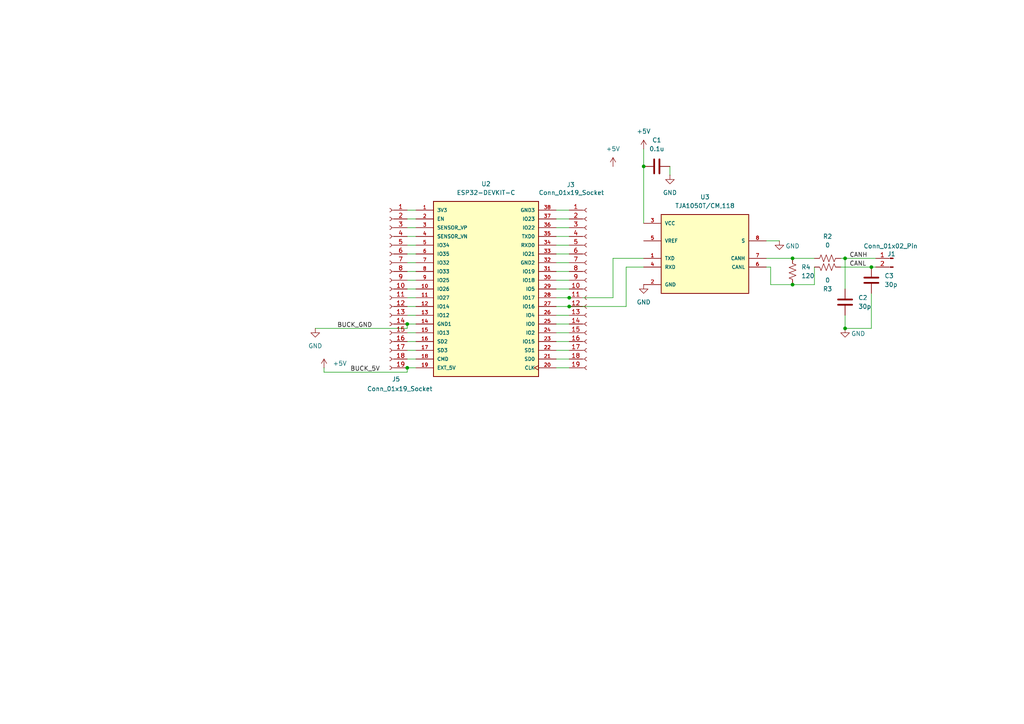
<source format=kicad_sch>
(kicad_sch (version 20231120) (generator "eeschema") (generator_version "8.0")
  (paper "A4")
  (lib_symbols
    (symbol "Connector:Conn_01x02_Pin" (pin_names (offset 1.016) hide)
      (property "Reference" "J" (at 0 2.54 0))
      (property "Value" "Conn_01x02_Pin" (at 0 -5.08 0))
      (symbol "Conn_01x02_Pin_1_1"
        (polyline (pts (xy 1.27 -2.54) (xy 0.8636 -2.54)) (stroke (width 0.1524)))
        (polyline (pts (xy 1.27 0) (xy 0.8636 0)) (stroke (width 0.1524)))
        (rectangle (start 0.8636 -2.413) (end 0 -2.667) (stroke (width 0.1524)) (fill (type outline)))
        (rectangle (start 0.8636 0.127) (end 0 -0.127) (stroke (width 0.1524)) (fill (type outline)))
        (pin passive line (at 5.08 0 180) (length 3.81) (name "Pin_1") (number "1"))
        (pin passive line (at 5.08 -2.54 180) (length 3.81) (name "Pin_2") (number "2"))
      )
    )
    (symbol "Connector:Conn_01x19_Socket" (pin_names (offset 1.016) hide)
      (property "Reference" "J" (at 0 25.4 0))
      (property "Value" "Conn_01x19_Socket" (at 0 -25.4 0))
      (symbol "Conn_01x19_Socket_1_1"
        (arc (start 0 -22.352) (mid -0.5058 -22.86) (end 0 -23.368) (stroke (width 0.1524)))
        (arc (start 0 -19.812) (mid -0.5058 -20.32) (end 0 -20.828) (stroke (width 0.1524)))
        (arc (start 0 -17.272) (mid -0.5058 -17.78) (end 0 -18.288) (stroke (width 0.1524)))
        (arc (start 0 -14.732) (mid -0.5058 -15.24) (end 0 -15.748) (stroke (width 0.1524)))
        (arc (start 0 -12.192) (mid -0.5058 -12.7) (end 0 -13.208) (stroke (width 0.1524)))
        (arc (start 0 -9.652) (mid -0.5058 -10.16) (end 0 -10.668) (stroke (width 0.1524)))
        (arc (start 0 -7.112) (mid -0.5058 -7.62) (end 0 -8.128) (stroke (width 0.1524)))
        (arc (start 0 -4.572) (mid -0.5058 -5.08) (end 0 -5.588) (stroke (width 0.1524)))
        (arc (start 0 -2.032) (mid -0.5058 -2.54) (end 0 -3.048) (stroke (width 0.1524)))
        (polyline (pts (xy -1.27 -22.86) (xy -0.508 -22.86)) (stroke (width 0.1524)))
        (polyline (pts (xy -1.27 -20.32) (xy -0.508 -20.32)) (stroke (width 0.1524)))
        (polyline (pts (xy -1.27 -17.78) (xy -0.508 -17.78)) (stroke (width 0.1524)))
        (polyline (pts (xy -1.27 -15.24) (xy -0.508 -15.24)) (stroke (width 0.1524)))
        (polyline (pts (xy -1.27 -12.7) (xy -0.508 -12.7)) (stroke (width 0.1524)))
        (polyline (pts (xy -1.27 -10.16) (xy -0.508 -10.16)) (stroke (width 0.1524)))
        (polyline (pts (xy -1.27 -7.62) (xy -0.508 -7.62)) (stroke (width 0.1524)))
        (polyline (pts (xy -1.27 -5.08) (xy -0.508 -5.08)) (stroke (width 0.1524)))
        (polyline (pts (xy -1.27 -2.54) (xy -0.508 -2.54)) (stroke (width 0.1524)))
        (polyline (pts (xy -1.27 0) (xy -0.508 0)) (stroke (width 0.1524)))
        (polyline (pts (xy -1.27 2.54) (xy -0.508 2.54)) (stroke (width 0.1524)))
        (polyline (pts (xy -1.27 5.08) (xy -0.508 5.08)) (stroke (width 0.1524)))
        (polyline (pts (xy -1.27 7.62) (xy -0.508 7.62)) (stroke (width 0.1524)))
        (polyline (pts (xy -1.27 10.16) (xy -0.508 10.16)) (stroke (width 0.1524)))
        (polyline (pts (xy -1.27 12.7) (xy -0.508 12.7)) (stroke (width 0.1524)))
        (polyline (pts (xy -1.27 15.24) (xy -0.508 15.24)) (stroke (width 0.1524)))
        (polyline (pts (xy -1.27 17.78) (xy -0.508 17.78)) (stroke (width 0.1524)))
        (polyline (pts (xy -1.27 20.32) (xy -0.508 20.32)) (stroke (width 0.1524)))
        (polyline (pts (xy -1.27 22.86) (xy -0.508 22.86)) (stroke (width 0.1524)))
        (arc (start 0 0.508) (mid -0.5058 0) (end 0 -0.508) (stroke (width 0.1524)))
        (arc (start 0 3.048) (mid -0.5058 2.54) (end 0 2.032) (stroke (width 0.1524)))
        (arc (start 0 5.588) (mid -0.5058 5.08) (end 0 4.572) (stroke (width 0.1524)))
        (arc (start 0 8.128) (mid -0.5058 7.62) (end 0 7.112) (stroke (width 0.1524)))
        (arc (start 0 10.668) (mid -0.5058 10.16) (end 0 9.652) (stroke (width 0.1524)))
        (arc (start 0 13.208) (mid -0.5058 12.7) (end 0 12.192) (stroke (width 0.1524)))
        (arc (start 0 15.748) (mid -0.5058 15.24) (end 0 14.732) (stroke (width 0.1524)))
        (arc (start 0 18.288) (mid -0.5058 17.78) (end 0 17.272) (stroke (width 0.1524)))
        (arc (start 0 20.828) (mid -0.5058 20.32) (end 0 19.812) (stroke (width 0.1524)))
        (arc (start 0 23.368) (mid -0.5058 22.86) (end 0 22.352) (stroke (width 0.1524)))
        (pin passive line (at -5.08 22.86 0) (length 3.81) (name "Pin_1") (number "1"))
        (pin passive line (at -5.08 0 0) (length 3.81) (name "Pin_10") (number "10"))
        (pin passive line (at -5.08 -2.54 0) (length 3.81) (name "Pin_11") (number "11"))
        (pin passive line (at -5.08 -5.08 0) (length 3.81) (name "Pin_12") (number "12"))
        (pin passive line (at -5.08 -7.62 0) (length 3.81) (name "Pin_13") (number "13"))
        (pin passive line (at -5.08 -10.16 0) (length 3.81) (name "Pin_14") (number "14"))
        (pin passive line (at -5.08 -12.7 0) (length 3.81) (name "Pin_15") (number "15"))
        (pin passive line (at -5.08 -15.24 0) (length 3.81) (name "Pin_16") (number "16"))
        (pin passive line (at -5.08 -17.78 0) (length 3.81) (name "Pin_17") (number "17"))
        (pin passive line (at -5.08 -20.32 0) (length 3.81) (name "Pin_18") (number "18"))
        (pin passive line (at -5.08 -22.86 0) (length 3.81) (name "Pin_19") (number "19"))
        (pin passive line (at -5.08 20.32 0) (length 3.81) (name "Pin_2") (number "2"))
        (pin passive line (at -5.08 17.78 0) (length 3.81) (name "Pin_3") (number "3"))
        (pin passive line (at -5.08 15.24 0) (length 3.81) (name "Pin_4") (number "4"))
        (pin passive line (at -5.08 12.7 0) (length 3.81) (name "Pin_5") (number "5"))
        (pin passive line (at -5.08 10.16 0) (length 3.81) (name "Pin_6") (number "6"))
        (pin passive line (at -5.08 7.62 0) (length 3.81) (name "Pin_7") (number "7"))
        (pin passive line (at -5.08 5.08 0) (length 3.81) (name "Pin_8") (number "8"))
        (pin passive line (at -5.08 2.54 0) (length 3.81) (name "Pin_9") (number "9"))
      )
    )
    (symbol "PROVE:1206B104K500CT" (pin_numbers hide) (pin_names (offset 0.254)) (exclude_from_sim yes)
      (property "Reference" "C" (at 0.635 2.54 0))
      (property "Value" "0.1u" (at 0.635 -2.54 0))
      (symbol "1206B104K500CT_0_1"
        (polyline (pts (xy -2.032 -0.762) (xy 2.032 -0.762)) (stroke (width 0.508)))
        (polyline (pts (xy -2.032 0.762) (xy 2.032 0.762)) (stroke (width 0.508)))
      )
      (symbol "1206B104K500CT_1_1"
        (pin passive line (at 0 3.81 270) (length 2.794) (name "~") (number "1"))
        (pin passive line (at 0 -3.81 90) (length 2.794) (name "~") (number "2"))
      )
    )
    (symbol "PROVE:ESP32-DEVKIT-C" (pin_names (offset 1.016)) (exclude_from_sim yes)
      (property "Reference" "U" (at -15.2572 26.0643 0))
      (property "Value" "ESP32-DEVKIT-C" (at -15.2563 -27.9698 0))
      (symbol "ESP32-DEVKIT-C_0_0"
        (rectangle (start -15.24 -25.4) (end 15.24 25.4) (stroke (width 0.254)) (fill (type background)))
        (pin power_in line (at -20.32 22.86 0) (length 5.08) (name "3V3") (number "1"))
        (pin bidirectional line (at -20.32 0 0) (length 5.08) (name "IO26") (number "10"))
        (pin bidirectional line (at -20.32 -2.54 0) (length 5.08) (name "IO27") (number "11"))
        (pin bidirectional line (at -20.32 -5.08 0) (length 5.08) (name "IO14") (number "12"))
        (pin bidirectional line (at -20.32 -7.62 0) (length 5.08) (name "IO12") (number "13"))
        (pin power_in line (at -20.32 -10.16 0) (length 5.08) (name "GND1") (number "14"))
        (pin bidirectional line (at -20.32 -12.7 0) (length 5.08) (name "IO13") (number "15"))
        (pin bidirectional line (at -20.32 -15.24 0) (length 5.08) (name "SD2") (number "16"))
        (pin bidirectional line (at -20.32 -17.78 0) (length 5.08) (name "SD3") (number "17"))
        (pin bidirectional line (at -20.32 -20.32 0) (length 5.08) (name "CMD") (number "18"))
        (pin power_in line (at -20.32 -22.86 0) (length 5.08) (name "EXT_5V") (number "19"))
        (pin input line (at -20.32 20.32 0) (length 5.08) (name "EN") (number "2"))
        (pin input clock (at 20.32 -22.86 180) (length 5.08) (name "CLK") (number "20"))
        (pin bidirectional line (at 20.32 -20.32 180) (length 5.08) (name "SD0") (number "21"))
        (pin bidirectional line (at 20.32 -17.78 180) (length 5.08) (name "SD1") (number "22"))
        (pin bidirectional line (at 20.32 -15.24 180) (length 5.08) (name "IO15") (number "23"))
        (pin bidirectional line (at 20.32 -12.7 180) (length 5.08) (name "IO2") (number "24"))
        (pin bidirectional line (at 20.32 -10.16 180) (length 5.08) (name "IO0") (number "25"))
        (pin bidirectional line (at 20.32 -7.62 180) (length 5.08) (name "IO4") (number "26"))
        (pin bidirectional line (at 20.32 -5.08 180) (length 5.08) (name "IO16") (number "27"))
        (pin bidirectional line (at 20.32 -2.54 180) (length 5.08) (name "IO17") (number "28"))
        (pin bidirectional line (at 20.32 0 180) (length 5.08) (name "IO5") (number "29"))
        (pin input line (at -20.32 17.78 0) (length 5.08) (name "SENSOR_VP") (number "3"))
        (pin bidirectional line (at 20.32 2.54 180) (length 5.08) (name "IO18") (number "30"))
        (pin bidirectional line (at 20.32 5.08 180) (length 5.08) (name "IO19") (number "31"))
        (pin power_in line (at 20.32 7.62 180) (length 5.08) (name "GND2") (number "32"))
        (pin bidirectional line (at 20.32 10.16 180) (length 5.08) (name "IO21") (number "33"))
        (pin input line (at 20.32 12.7 180) (length 5.08) (name "RXD0") (number "34"))
        (pin output line (at 20.32 15.24 180) (length 5.08) (name "TXD0") (number "35"))
        (pin bidirectional line (at 20.32 17.78 180) (length 5.08) (name "IO22") (number "36"))
        (pin bidirectional line (at 20.32 20.32 180) (length 5.08) (name "IO23") (number "37"))
        (pin power_in line (at 20.32 22.86 180) (length 5.08) (name "GND3") (number "38"))
        (pin input line (at -20.32 15.24 0) (length 5.08) (name "SENSOR_VN") (number "4"))
        (pin bidirectional line (at -20.32 12.7 0) (length 5.08) (name "IO34") (number "5"))
        (pin bidirectional line (at -20.32 10.16 0) (length 5.08) (name "IO35") (number "6"))
        (pin bidirectional line (at -20.32 7.62 0) (length 5.08) (name "IO32") (number "7"))
        (pin bidirectional line (at -20.32 5.08 0) (length 5.08) (name "IO33") (number "8"))
        (pin bidirectional line (at -20.32 2.54 0) (length 5.08) (name "IO25") (number "9"))
      )
    )
    (symbol "PROVE:RMCF1206JT120R" (pin_numbers hide) (pin_names (offset 0)) (exclude_from_sim yes)
      (property "Reference" "R" (at 2.54 0 90))
      (property "Value" "120" (at -2.54 0 90))
      (symbol "RMCF1206JT120R_0_1"
        (polyline (pts (xy 0 -2.286) (xy 0 -2.54)))
        (polyline (pts (xy 0 2.286) (xy 0 2.54)))
        (polyline (pts (xy 0 -0.762) (xy 1.016 -1.143) (xy 0 -1.524) (xy -1.016 -1.905) (xy 0 -2.286)))
        (polyline (pts (xy 0 0.762) (xy 1.016 0.381) (xy 0 0) (xy -1.016 -0.381) (xy 0 -0.762)))
        (polyline (pts (xy 0 2.286) (xy 1.016 1.905) (xy 0 1.524) (xy -1.016 1.143) (xy 0 0.762)))
      )
      (symbol "RMCF1206JT120R_1_1"
        (pin passive line (at 0 3.81 270) (length 1.27) (name "~") (number "1"))
        (pin passive line (at 0 -3.81 90) (length 1.27) (name "~") (number "2"))
      )
    )
    (symbol "PROVE:RMCF1206ZT0R00" (pin_numbers hide) (pin_names (offset 0)) (exclude_from_sim yes)
      (property "Reference" "R" (at 2.54 0 90))
      (property "Value" "0" (at -2.54 0 90))
      (symbol "RMCF1206ZT0R00_0_1"
        (polyline (pts (xy 0 -2.286) (xy 0 -2.54)))
        (polyline (pts (xy 0 2.286) (xy 0 2.54)))
        (polyline (pts (xy 0 -0.762) (xy 1.016 -1.143) (xy 0 -1.524) (xy -1.016 -1.905) (xy 0 -2.286)))
        (polyline (pts (xy 0 0.762) (xy 1.016 0.381) (xy 0 0) (xy -1.016 -0.381) (xy 0 -0.762)))
        (polyline (pts (xy 0 2.286) (xy 1.016 1.905) (xy 0 1.524) (xy -1.016 1.143) (xy 0 0.762)))
      )
      (symbol "RMCF1206ZT0R00_1_1"
        (pin passive line (at 0 3.81 270) (length 1.27) (name "~") (number "1"))
        (pin passive line (at 0 -3.81 90) (length 1.27) (name "~") (number "2"))
      )
    )
    (symbol "PROVE:TJA1050T/CM,118" (pin_names (offset 1.016)) (exclude_from_sim yes)
      (property "Reference" "U" (at -12.7 11.049 0))
      (property "Value" "TJA1050T/CM,118" (at -12.7 -15.24 0))
      (symbol "TJA1050T/CM,118_0_0"
        (rectangle (start -12.7 -12.7) (end 12.7 10.16) (stroke (width 0.254)) (fill (type background)))
        (pin input line (at 17.78 -2.54 180) (length 5.08) (name "TXD") (number "1"))
        (pin power_in line (at 17.78 -10.16 180) (length 5.08) (name "GND") (number "2"))
        (pin power_in line (at 17.78 7.62 180) (length 5.08) (name "VCC") (number "3"))
        (pin output line (at 17.78 -5.08 180) (length 5.08) (name "RXD") (number "4"))
        (pin output line (at 17.78 2.54 180) (length 5.08) (name "VREF") (number "5"))
        (pin bidirectional line (at -17.78 -5.08 0) (length 5.08) (name "CANL") (number "6"))
        (pin bidirectional line (at -17.78 -2.54 0) (length 5.08) (name "CANH") (number "7"))
        (pin input line (at -17.78 2.54 0) (length 5.08) (name "S") (number "8"))
      )
    )
    (symbol "PROVE:VJ1206A300JXAAT" (pin_numbers hide) (pin_names (offset 0.254)) (exclude_from_sim yes)
      (property "Reference" "C" (at 0.635 2.54 0))
      (property "Value" "30p" (at 0.635 -2.54 0))
      (symbol "VJ1206A300JXAAT_0_1"
        (polyline (pts (xy -2.032 -0.762) (xy 2.032 -0.762)) (stroke (width 0.508)))
        (polyline (pts (xy -2.032 0.762) (xy 2.032 0.762)) (stroke (width 0.508)))
      )
      (symbol "VJ1206A300JXAAT_1_1"
        (pin passive line (at 0 3.81 270) (length 2.794) (name "~") (number "1"))
        (pin passive line (at 0 -3.81 90) (length 2.794) (name "~") (number "2"))
      )
    )
    (symbol "power:+5V" (power) (pin_numbers hide) (pin_names (offset 0) hide)
      (property "Value" "+5V" (at 0 3.556 0))
      (symbol "+5V_0_1"
        (polyline (pts (xy -0.762 1.27) (xy 0 2.54)))
        (polyline (pts (xy 0 0) (xy 0 2.54)))
        (polyline (pts (xy 0 2.54) (xy 0.762 1.27)))
      )
      (symbol "+5V_1_1"
        (pin power_in line (at 0 0 90) (length 0) (name "~") (number "1"))
      )
    )
    (symbol "power:GND" (power) (pin_numbers hide) (pin_names (offset 0) hide)
      (property "Value" "GND" (at 0 -3.81 0))
      (symbol "GND_0_1"
        (polyline (pts (xy 0 0) (xy 0 -1.27) (xy 1.27 -1.27) (xy 0 -2.54) (xy -1.27 -1.27) (xy 0 -1.27)))
      )
      (symbol "GND_1_1"
        (pin power_in line (at 0 0 270) (length 0) (name "~") (number "1"))
      )
    )
  )
  (junction (at 186.69 48.26))
  (junction (at 229.87 82.55))
  (junction (at 118.11 93.98))
  (junction (at 165.1 86.36))
  (junction (at 118.11 106.68))
  (junction (at 245.11 95.25))
  (junction (at 165.1 88.9))
  (junction (at 229.87 74.93))
  (junction (at 245.11 74.93))
  (junction (at 252.73 77.47))
  (wire (pts (xy 229.87 82.55) (xy 236.22 82.55)))
  (wire (pts (xy 161.29 104.14) (xy 165.1 104.14)))
  (wire (pts (xy 118.11 71.12) (xy 120.65 71.12)))
  (wire (pts (xy 161.29 86.36) (xy 165.1 86.36)))
  (wire (pts (xy 223.52 82.55) (xy 229.87 82.55)))
  (wire (pts (xy 161.29 63.5) (xy 165.1 63.5)))
  (wire (pts (xy 245.11 74.93) (xy 254 74.93)))
  (wire (pts (xy 93.98 107.95) (xy 93.98 106.68)))
  (wire (pts (xy 118.11 107.95) (xy 118.11 106.68)))
  (wire (pts (xy 223.52 77.47) (xy 223.52 82.55)))
  (wire (pts (xy 236.22 77.47) (xy 236.22 82.55)))
  (wire (pts (xy 245.11 91.44) (xy 245.11 95.25)))
  (wire (pts (xy 91.44 95.25) (xy 118.11 95.25)))
  (wire (pts (xy 118.11 81.28) (xy 120.65 81.28)))
  (wire (pts (xy 118.11 78.74) (xy 120.65 78.74)))
  (wire (pts (xy 118.11 88.9) (xy 120.65 88.9)))
  (wire (pts (xy 243.84 77.47) (xy 252.73 77.47)))
  (wire (pts (xy 161.29 68.58) (xy 165.1 68.58)))
  (wire (pts (xy 118.11 91.44) (xy 120.65 91.44)))
  (wire (pts (xy 252.73 95.25) (xy 245.11 95.25)))
  (wire (pts (xy 177.8 74.93) (xy 186.69 74.93)))
  (wire (pts (xy 118.11 99.06) (xy 120.65 99.06)))
  (wire (pts (xy 118.11 104.14) (xy 120.65 104.14)))
  (wire (pts (xy 252.73 85.09) (xy 252.73 95.25)))
  (wire (pts (xy 161.29 60.96) (xy 165.1 60.96)))
  (wire (pts (xy 118.11 101.6) (xy 120.65 101.6)))
  (wire (pts (xy 161.29 78.74) (xy 165.1 78.74)))
  (wire (pts (xy 161.29 93.98) (xy 165.1 93.98)))
  (wire (pts (xy 222.25 69.85) (xy 226.06 69.85)))
  (wire (pts (xy 118.11 76.2) (xy 120.65 76.2)))
  (wire (pts (xy 161.29 76.2) (xy 165.1 76.2)))
  (wire (pts (xy 118.11 68.58) (xy 120.65 68.58)))
  (wire (pts (xy 161.29 83.82) (xy 165.1 83.82)))
  (wire (pts (xy 118.11 95.25) (xy 118.11 93.98)))
  (wire (pts (xy 186.69 48.26) (xy 186.69 64.77)))
  (wire (pts (xy 118.11 66.04) (xy 120.65 66.04)))
  (wire (pts (xy 177.8 74.93) (xy 177.8 86.36)))
  (wire (pts (xy 161.29 101.6) (xy 165.1 101.6)))
  (wire (pts (xy 243.84 74.93) (xy 245.11 74.93)))
  (wire (pts (xy 118.11 63.5) (xy 120.65 63.5)))
  (wire (pts (xy 118.11 60.96) (xy 120.65 60.96)))
  (wire (pts (xy 229.87 74.93) (xy 236.22 74.93)))
  (wire (pts (xy 181.61 77.47) (xy 186.69 77.47)))
  (wire (pts (xy 222.25 74.93) (xy 229.87 74.93)))
  (wire (pts (xy 93.98 107.95) (xy 118.11 107.95)))
  (wire (pts (xy 118.11 86.36) (xy 120.65 86.36)))
  (wire (pts (xy 118.11 93.98) (xy 120.65 93.98)))
  (wire (pts (xy 245.11 74.93) (xy 245.11 83.82)))
  (wire (pts (xy 161.29 106.68) (xy 165.1 106.68)))
  (wire (pts (xy 161.29 66.04) (xy 165.1 66.04)))
  (wire (pts (xy 161.29 99.06) (xy 165.1 99.06)))
  (wire (pts (xy 161.29 81.28) (xy 165.1 81.28)))
  (wire (pts (xy 161.29 71.12) (xy 165.1 71.12)))
  (wire (pts (xy 118.11 83.82) (xy 120.65 83.82)))
  (wire (pts (xy 194.31 48.26) (xy 194.31 50.8)))
  (wire (pts (xy 165.1 88.9) (xy 181.61 88.9)))
  (wire (pts (xy 118.11 106.68) (xy 120.65 106.68)))
  (wire (pts (xy 161.29 88.9) (xy 165.1 88.9)))
  (wire (pts (xy 165.1 86.36) (xy 177.8 86.36)))
  (wire (pts (xy 181.61 77.47) (xy 181.61 88.9)))
  (wire (pts (xy 118.11 96.52) (xy 120.65 96.52)))
  (wire (pts (xy 186.69 43.18) (xy 186.69 48.26)))
  (wire (pts (xy 161.29 96.52) (xy 165.1 96.52)))
  (wire (pts (xy 161.29 73.66) (xy 165.1 73.66)))
  (wire (pts (xy 222.25 77.47) (xy 223.52 77.47)))
  (wire (pts (xy 252.73 77.47) (xy 254 77.47)))
  (wire (pts (xy 161.29 91.44) (xy 165.1 91.44)))
  (wire (pts (xy 118.11 73.66) (xy 120.65 73.66)))
  (label "BUCK_5V" (at 101.6 107.95 0))
  (label "CANH" (at 246.38 74.93 0))
  (label "CANL" (at 246.38 77.47 0))
  (label "BUCK_GND" (at 97.79 95.25 0))
  (symbol (lib_id "power:GND") (at 91.44 95.25 0) (unit 1)
    (property "Reference" "#PWR011" (effects (hide yes)))
    (property "Value" "GND" (at 91.44 100.33 0))
    (property "Description" "Power symbol creates a global label with name \"GND\" , ground" (effects (hide yes)))
  )
  (symbol (lib_id "PROVE:RMCF1206ZT0R00") (at 240.03 77.47 270) (mirror x) (unit 1) (exclude_from_sim yes)
    (property "Reference" "R3" (at 240.03 83.82 90))
    (property "Value" "0" (at 240.03 81.28 90))
    (property "Footprint" "Resistor_SMD:R_1206_3216Metric_Pad1.30x1.75mm_HandSolder" (effects (hide yes)))
    (property "Datasheet" "http://138.2.231.237:8080/en/part/25/info" (effects (hide yes)))
    (property "Description" "RES 0 OHM JUMPER 1/4W 1206" (effects (hide yes)))
    (property "Category" "Resistor" (effects (hide yes)))
    (property "MPN" "RMCF1206ZT0R00" (effects (hide yes)))
    (property "Manufacturer" "Stackpole Electronics" (effects (hide yes)))
    (property "Part-DB Footprint" "1206" (effects (hide yes)))
    (property "Part-DB ID" "25" (effects (hide yes)))
  )
  (symbol (lib_id "power:+5V") (at 177.8 48.26 0) (unit 1)
    (property "Reference" "#PWR08" (effects (hide yes)))
    (property "Value" "+5V" (at 177.8 43.18 0))
    (property "Description" "Power symbol creates a global label with name \"+5V\"" (effects (hide yes)))
  )
  (symbol (lib_id "PROVE:RMCF1206ZT0R00") (at 240.03 74.93 270) (unit 1) (exclude_from_sim yes)
    (property "Reference" "R2" (at 240.03 68.58 90))
    (property "Value" "0" (at 240.03 71.12 90))
    (property "Footprint" "Resistor_SMD:R_1206_3216Metric_Pad1.30x1.75mm_HandSolder" (effects (hide yes)))
    (property "Datasheet" "http://138.2.231.237:8080/en/part/25/info" (effects (hide yes)))
    (property "Description" "RES 0 OHM JUMPER 1/4W 1206" (effects (hide yes)))
    (property "Category" "Resistor" (effects (hide yes)))
    (property "MPN" "RMCF1206ZT0R00" (effects (hide yes)))
    (property "Manufacturer" "Stackpole Electronics" (effects (hide yes)))
    (property "Part-DB Footprint" "1206" (effects (hide yes)))
    (property "Part-DB ID" "25" (effects (hide yes)))
  )
  (symbol (lib_id "power:+5V") (at 186.69 43.18 0) (unit 1)
    (property "Reference" "#PWR012" (effects (hide yes)))
    (property "Value" "+5V" (at 186.69 38.1 0))
    (property "Description" "Power symbol creates a global label with name \"+5V\"" (effects (hide yes)))
  )
  (symbol (lib_id "power:GND") (at 226.06 69.85 0) (unit 1)
    (property "Reference" "#PWR014" (effects (hide yes)))
    (property "Value" "GND" (at 229.87 71.374 0))
    (property "Description" "Power symbol creates a global label with name \"GND\" , ground" (effects (hide yes)))
  )
  (symbol (lib_id "Connector:Conn_01x19_Socket") (at 113.03 83.82 0) (mirror y) (unit 1)
    (property "Reference" "J5" (at 116.078 109.982 0) (effects (justify left)))
    (property "Value" "Conn_01x19_Socket" (at 125.476 112.776 0) (effects (justify left)))
    (property "Description" "Generic connector, single row, 01x19, script generated" (effects (hide yes)))
  )
  (symbol (lib_id "PROVE:1206B104K500CT") (at 190.5 48.26 270) (unit 1) (exclude_from_sim yes)
    (property "Reference" "C1" (at 190.5 40.64 90))
    (property "Value" "0.1u" (at 190.5 43.18 90))
    (property "Footprint" "Capacitor_SMD:C_1206_3216Metric_Pad1.33x1.80mm_HandSolder" (effects (hide yes)))
    (property "Datasheet" "http://138.2.231.237:8080/en/part/28/info" (effects (hide yes)))
    (property "Description" "CAP CER 0.1UF 50V X7R 1206" (effects (hide yes)))
    (property "Category" "Capacitor" (effects (hide yes)))
    (property "MPN" "1206B104K500CT" (effects (hide yes)))
    (property "Manufacturer" "Walsin Technology Corporation" (effects (hide yes)))
    (property "Part-DB Footprint" "1206" (effects (hide yes)))
    (property "Part-DB ID" "28" (effects (hide yes)))
  )
  (symbol (lib_id "PROVE:VJ1206A300JXAAT") (at 252.73 81.28 0) (unit 1) (exclude_from_sim yes)
    (property "Reference" "C3" (at 256.54 80.0099 0) (effects (justify left)))
    (property "Value" "30p" (at 256.54 82.5499 0) (effects (justify left)))
    (property "Footprint" "Capacitor_SMD:C_1206_3216Metric_Pad1.33x1.80mm_HandSolder" (effects (hide yes)))
    (property "Datasheet" "http://138.2.231.237:8080/en/part/27/info" (effects (hide yes)))
    (property "Description" "CAP CER 30PF 50V C0G/NP0 1206" (effects (hide yes)))
    (property "Category" "Capacitor" (effects (hide yes)))
    (property "MPN" "VJ1206A300JXAAT" (effects (hide yes)))
    (property "Manufacturer" "Vishay" (effects (hide yes)))
    (property "Part-DB Footprint" "1206" (effects (hide yes)))
    (property "Part-DB ID" "27" (effects (hide yes)))
  )
  (symbol (lib_id "PROVE:RMCF1206JT120R") (at 229.87 78.74 0) (unit 1) (exclude_from_sim yes)
    (property "Reference" "R4" (at 232.41 77.4699 0) (effects (justify left)))
    (property "Value" "120" (at 232.41 80.0099 0) (effects (justify left)))
    (property "Footprint" "Resistor_SMD:R_1206_3216Metric_Pad1.30x1.75mm_HandSolder" (effects (hide yes)))
    (property "Datasheet" "http://138.2.231.237:8080/en/part/26/info" (effects (hide yes)))
    (property "Description" "RES 120 OHM 5% 1/4W 1206" (effects (hide yes)))
    (property "Category" "Resistor" (effects (hide yes)))
    (property "MPN" "RMCF1206JT120R" (effects (hide yes)))
    (property "Manufacturer" "Stackpole Electronics" (effects (hide yes)))
    (property "Part-DB Footprint" "1206" (effects (hide yes)))
    (property "Part-DB ID" "26" (effects (hide yes)))
  )
  (symbol (lib_id "power:+5V") (at 93.98 106.68 0) (unit 1)
    (property "Reference" "#PWR09" (effects (hide yes)))
    (property "Value" "+5V" (at 96.52 105.4099 0) (effects (justify left)))
    (property "Description" "Power symbol creates a global label with name \"+5V\"" (effects (hide yes)))
  )
  (symbol (lib_id "PROVE:VJ1206A300JXAAT") (at 245.11 87.63 0) (unit 1) (exclude_from_sim yes)
    (property "Reference" "C2" (at 248.92 86.3599 0) (effects (justify left)))
    (property "Value" "30p" (at 248.92 88.8999 0) (effects (justify left)))
    (property "Footprint" "Capacitor_SMD:C_1206_3216Metric_Pad1.33x1.80mm_HandSolder" (effects (hide yes)))
    (property "Datasheet" "http://138.2.231.237:8080/en/part/27/info" (effects (hide yes)))
    (property "Description" "CAP CER 30PF 50V C0G/NP0 1206" (effects (hide yes)))
    (property "Category" "Capacitor" (effects (hide yes)))
    (property "MPN" "VJ1206A300JXAAT" (effects (hide yes)))
    (property "Manufacturer" "Vishay" (effects (hide yes)))
    (property "Part-DB Footprint" "1206" (effects (hide yes)))
    (property "Part-DB ID" "27" (effects (hide yes)))
  )
  (symbol (lib_id "Connector:Conn_01x19_Socket") (at 170.18 83.82 0) (unit 1)
    (property "Reference" "J3" (at 164.338 53.594 0) (effects (justify left)))
    (property "Value" "Conn_01x19_Socket" (at 156.21 55.88 0) (effects (justify left)))
    (property "Description" "Generic connector, single row, 01x19, script generated" (effects (hide yes)))
  )
  (symbol (lib_id "power:GND") (at 194.31 50.8 0) (unit 1)
    (property "Reference" "#PWR013" (effects (hide yes)))
    (property "Value" "GND" (at 194.31 55.88 0))
    (property "Description" "Power symbol creates a global label with name \"GND\" , ground" (effects (hide yes)))
  )
  (symbol (lib_id "PROVE:ESP32-DEVKIT-C") (at 140.97 83.82 0) (unit 1) (exclude_from_sim yes)
    (property "Reference" "U2" (at 140.97 53.34 0))
    (property "Value" "ESP32-DEVKIT-C" (at 140.97 55.88 0))
    (property "Footprint" "PROVE:MODULE_ESP32-DEVKITC" (effects (hide yes)))
    (property "Datasheet" "http://138.2.231.237:8080/en/part/30/info" (effects (hide yes)))
    (property "Description" "ESP32-WROOM-32UE Microcontroller Devkit Board" (effects (hide yes)))
    (property "MF" "Espressif Systems" (effects (hide yes)))
    (property "Description_1" "\n                        \n                            ESP32-WROOM-32UE series Transceiver; 802.11 b/g/n (Wi-Fi, WiFi, WLAN), Bluetooth ® Smart Ready 4.x Dual Mode Evaluation Board\n                        \n" (effects (hide yes)))
    (property "Package" "None" (effects (hide yes)))
    (property "Price" "None" (effects (hide yes)))
    (property "Check_prices" "https://www.snapeda.com/parts/ESP32-DEVKITC/Espressif+Systems/view-part/?ref=eda" (effects (hide yes)))
    (property "STANDARD" "Manufacturer Recommendations" (effects (hide yes)))
    (property "PARTREV" "N/A" (effects (hide yes)))
    (property "SnapEDA_Link" "https://www.snapeda.com/parts/ESP32-DEVKITC/Espressif+Systems/view-part/?ref=snap" (effects (hide yes)))
    (property "MP" "ESP32-DEVKITC" (effects (hide yes)))
    (property "Availability" "Not in stock" (effects (hide yes)))
    (property "MANUFACTURER" "ESPRESSIF" (effects (hide yes)))
    (property "Category" "IC/MCU" (effects (hide yes)))
    (property "MPN" "ESP32-WROOM-32UE" (effects (hide yes)))
    (property "Manufacturer" "Espressif" (effects (hide yes)))
    (property "Part-DB Footprint" "ESP32" (effects (hide yes)))
    (property "Part-DB ID" "30" (effects (hide yes)))
  )
  (symbol (lib_id "power:GND") (at 186.69 82.55 0) (unit 1)
    (property "Reference" "#PWR010" (effects (hide yes)))
    (property "Value" "GND" (at 186.69 87.63 0))
    (property "Description" "Power symbol creates a global label with name \"GND\" , ground" (effects (hide yes)))
  )
  (symbol (lib_id "power:GND") (at 245.11 95.25 0) (unit 1)
    (property "Reference" "#PWR015" (effects (hide yes)))
    (property "Value" "GND" (at 248.92 96.774 0))
    (property "Description" "Power symbol creates a global label with name \"GND\" , ground" (effects (hide yes)))
  )
  (symbol (lib_id "Connector:Conn_01x02_Pin") (at 259.08 74.93 0) (mirror y) (unit 1)
    (property "Reference" "J1" (at 258.572 73.66 0))
    (property "Value" "Conn_01x02_Pin" (at 258.318 71.374 0))
    (property "Description" "Generic connector, single row, 01x02, script generated" (effects (hide yes)))
  )
  (symbol (lib_id "PROVE:TJA1050T/CM,118") (at 204.47 72.39 0) (mirror y) (unit 1) (exclude_from_sim yes)
    (property "Reference" "U3" (at 204.47 57.15 0))
    (property "Value" "TJA1050T/CM,118" (at 204.47 59.69 0))
    (property "Footprint" "Package_SO:SOIC-8_3.9x4.9mm_P1.27mm" (effects (hide yes)))
    (property "Datasheet" "http://138.2.231.237:8080/en/part/24/info" (effects (hide yes)))
    (property "Description" "IC TRANSCEIVER HALF 1/1 8SO" (effects (hide yes)))
    (property "PARTREV" "4" (effects (hide yes)))
    (property "STANDARD" "IPC 7351B" (effects (hide yes)))
    (property "MAXIMUM_PACKAGE_HEIGHT" "1.75 mm" (effects (hide yes)))
    (property "MANUFACTURER" "NXP USA" (effects (hide yes)))
    (property "Category" "IC/CAN" (effects (hide yes)))
    (property "MPN" "TJA1050T/CM,118" (effects (hide yes)))
    (property "Manufacturer" "NXP" (effects (hide yes)))
    (property "Part-DB Footprint" "8-SOIC" (effects (hide yes)))
    (property "Part-DB ID" "24" (effects (hide yes)))
  )
)
</source>
